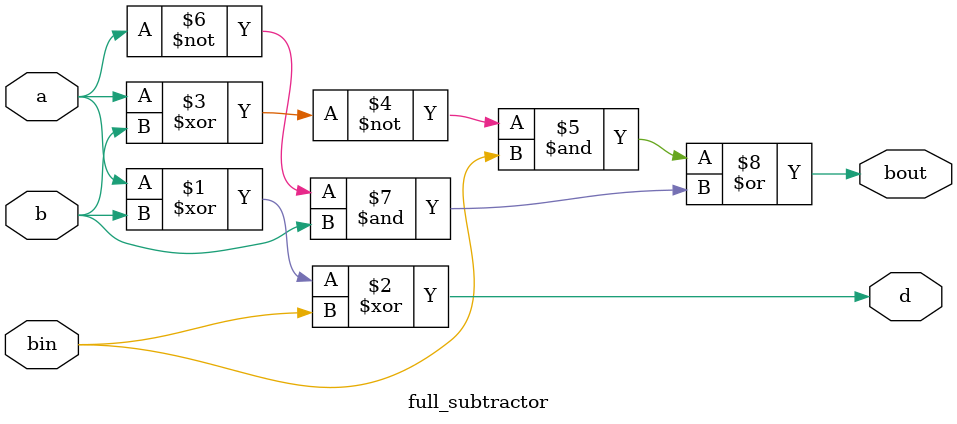
<source format=v>
`timescale 1ns / 1ps


module full_subtractor(
    input a,
    input b,
    input bin,
    output d,
    output bout
);

assign d = (a ^ b) ^ bin;
assign bout = (~(a ^ b) & bin) | (~a & b);

endmodule
</source>
